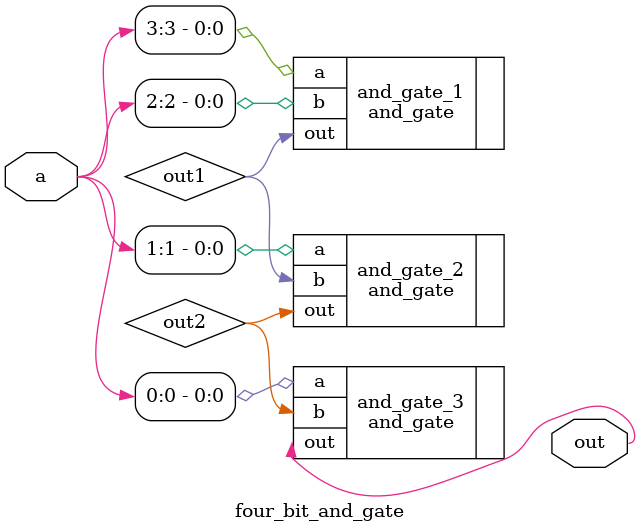
<source format=v>
module four_bit_and_gate (
    input [3:0] a,
    output wire out
);  
    wire out1,out2;
    and_gate and_gate_1(.a(a[3]), .b(a[2]), .out(out1));
    and_gate and_gate_2(.a(a[1]), .b(out1), .out(out2));
    and_gate and_gate_3(.a(a[0]), .b(out2), .out(out));
endmodule
</source>
